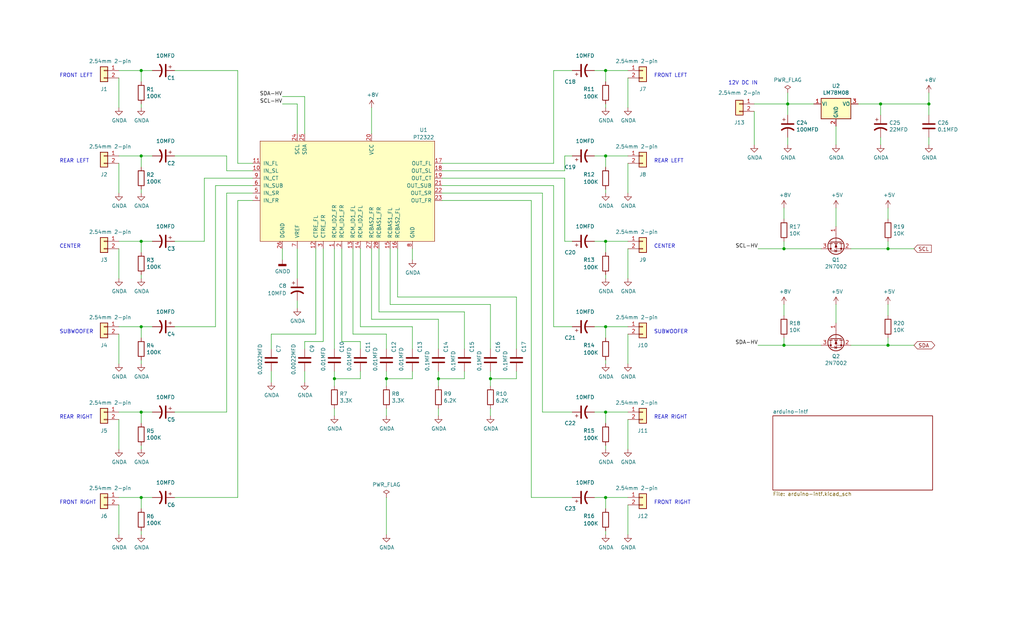
<source format=kicad_sch>
(kicad_sch (version 20211123) (generator eeschema)
  (paper "User" 350.012 219.989)
  (title_block (title "5.1 channel audio processor") (date "2021-09-13") (rev "1.0.0") (company "Dilshan R Jayakody") (comment 1 "jayakody2000lk@gmail.com") (comment 2 "http://jayakody2000lk.blogspot.com"))
  (lib_symbols
    (symbol "6ch-sound-fx-proc:PT2322" (pin_names (offset 1.016))
      (property "Reference" "U" (at -12.7 -24.13 0))
      (property "Value" "PT2322" (at 41.91 12.7 0))
      (symbol "PT2322_0_1"
        (rectangle (start -12.7 11.43) (end 46.99 -22.86) (fill (type background)))
      )
      (symbol "PT2322_1_1"
        (pin input line (at 12.7 -25.4 90) (length 2.54) (name "RCM_ID2_FR") (number "1"))
        (pin input line (at -15.24 1.27 0) (length 2.54) (name "IN_SL") (number "10"))
        (pin input line (at -15.24 3.81 0) (length 2.54) (name "IN_FL") (number "11"))
        (pin input line (at 6.35 -25.4 90) (length 2.54) (name "CTRE_FL") (number "12"))
        (pin input line (at 19.05 -25.4 90) (length 2.54) (name "RCM_ID1_FL") (number "13"))
        (pin input line (at 21.59 -25.4 90) (length 2.54) (name "RCM_ID2_FL") (number "14"))
        (pin input line (at 31.75 -25.4 90) (length 2.54) (name "RCBAS1_FL") (number "15"))
        (pin input line (at 34.29 -25.4 90) (length 2.54) (name "RCBAS2_FL") (number "16"))
        (pin output line (at 49.53 3.81 180) (length 2.54) (name "OUT_FL") (number "17"))
        (pin output line (at 49.53 1.27 180) (length 2.54) (name "OUT_SL") (number "18"))
        (pin output line (at 49.53 -1.27 180) (length 2.54) (name "OUT_CT") (number "19"))
        (pin input line (at 15.24 -25.4 90) (length 2.54) (name "RCM_ID1_FR") (number "2"))
        (pin power_in line (at 25.4 13.97 270) (length 2.54) (name "VCC") (number "20"))
        (pin output line (at 49.53 -3.81 180) (length 2.54) (name "OUT_SUB") (number "21"))
        (pin output line (at 49.53 -6.35 180) (length 2.54) (name "OUT_SR") (number "22"))
        (pin output line (at 49.53 -8.89 180) (length 2.54) (name "OUT_FR") (number "23"))
        (pin input line (at 0 13.97 270) (length 2.54) (name "SCL") (number "24"))
        (pin bidirectional line (at 2.54 13.97 270) (length 2.54) (name "SDA") (number "25"))
        (pin power_in line (at -5.08 -25.4 90) (length 2.54) (name "DGND") (number "26"))
        (pin input line (at 25.4 -25.4 90) (length 2.54) (name "RCBAS2_FR") (number "27"))
        (pin input line (at 27.94 -25.4 90) (length 2.54) (name "RCBAS1_FR") (number "28"))
        (pin input line (at 8.89 -25.4 90) (length 2.54) (name "CTRE_FR") (number "3"))
        (pin input line (at -15.24 -8.89 0) (length 2.54) (name "IN_FR") (number "4"))
        (pin input line (at -15.24 -6.35 0) (length 2.54) (name "IN_SR") (number "5"))
        (pin input line (at -15.24 -3.81 0) (length 2.54) (name "IN_SUB") (number "6"))
        (pin input line (at 0 -25.4 90) (length 2.54) (name "VREF") (number "7"))
        (pin power_in line (at 39.37 -25.4 90) (length 2.54) (name "GND") (number "8"))
        (pin input line (at -15.24 -1.27 0) (length 2.54) (name "IN_CT") (number "9"))
      )
    )
    (symbol "Connector_Generic:Conn_01x02" (pin_names (offset 1.016) hide)
      (property "Reference" "J" (at 0 2.54 0))
      (property "Value" "Conn_01x02" (at 0 -5.08 0))
      (symbol "Conn_01x02_1_1"
        (rectangle (start -1.27 -2.413) (end 0 -2.667) (stroke (width 0.1524)))
        (rectangle (start -1.27 0.127) (end 0 -0.127) (stroke (width 0.1524)))
        (rectangle (start -1.27 1.27) (end 1.27 -3.81) (stroke (width 0.254)) (fill (type background)))
        (pin passive line (at -5.08 0 0) (length 3.81) (name "Pin_1") (number "1"))
        (pin passive line (at -5.08 -2.54 0) (length 3.81) (name "Pin_2") (number "2"))
      )
    )
    (symbol "Device:C" (pin_numbers hide) (pin_names (offset 0.254))
      (property "Reference" "C" (at 0.635 2.54 0))
      (property "Value" "C" (at 0.635 -2.54 0))
      (symbol "C_0_1"
        (polyline (pts (xy -2.032 -0.762) (xy 2.032 -0.762)) (stroke (width 0.508)))
        (polyline (pts (xy -2.032 0.762) (xy 2.032 0.762)) (stroke (width 0.508)))
      )
      (symbol "C_1_1"
        (pin passive line (at 0 3.81 270) (length 2.794) (name "~") (number "1"))
        (pin passive line (at 0 -3.81 90) (length 2.794) (name "~") (number "2"))
      )
    )
    (symbol "Device:CP1" (pin_numbers hide) (pin_names (offset 0.254) hide)
      (property "Reference" "C" (at 0.635 2.54 0))
      (property "Value" "Device_CP1" (at 0.635 -2.54 0))
      (symbol "CP1_0_1"
        (polyline (pts (xy -2.032 0.762) (xy 2.032 0.762)) (stroke (width 0.508)))
        (polyline (pts (xy -1.778 2.286) (xy -0.762 2.286)))
        (polyline (pts (xy -1.27 1.778) (xy -1.27 2.794)))
        (arc (start 2.032 -1.27) (mid 0 -0.5572) (end -2.032 -1.27) (stroke (width 0.508)))
      )
      (symbol "CP1_1_1"
        (pin passive line (at 0 3.81 270) (length 2.794) (name "~") (number "1"))
        (pin passive line (at 0 -3.81 90) (length 3.302) (name "~") (number "2"))
      )
    )
    (symbol "Device:R" (pin_numbers hide) (pin_names (offset 0))
      (property "Reference" "R" (at 2.032 0 90))
      (property "Value" "R" (at 0 0 90))
      (symbol "R_0_1"
        (rectangle (start -1.016 -2.54) (end 1.016 2.54) (stroke (width 0.254)))
      )
      (symbol "R_1_1"
        (pin passive line (at 0 3.81 270) (length 1.27) (name "~") (number "1"))
        (pin passive line (at 0 -3.81 90) (length 1.27) (name "~") (number "2"))
      )
    )
    (symbol "Regulator_Linear:LM78M05_TO252" (pin_names (offset 0.254))
      (property "Reference" "U" (at -3.81 3.175 0))
      (property "Value" "LM78M05_TO252" (at 0 3.175 0))
      (symbol "LM78M05_TO252_0_1"
        (rectangle (start -5.08 1.905) (end 5.08 -5.08) (stroke (width 0.254)) (fill (type background)))
      )
      (symbol "LM78M05_TO252_1_1"
        (pin power_in line (at -7.62 0 0) (length 2.54) (name "VI") (number "1"))
        (pin power_in line (at 0 -7.62 90) (length 2.54) (name "GND") (number "2"))
        (pin power_out line (at 7.62 0 180) (length 2.54) (name "VO") (number "3"))
      )
    )
    (symbol "Transistor_FET:2N7002" (pin_names hide)
      (property "Reference" "Q" (at 5.08 1.905 0))
      (property "Value" "2N7002" (at 5.08 0 0))
      (symbol "2N7002_0_1"
        (polyline (pts (xy 0.254 0) (xy -2.54 0)))
        (polyline (pts (xy 0.254 1.905) (xy 0.254 -1.905)) (stroke (width 0.254)))
        (polyline (pts (xy 0.762 -1.27) (xy 0.762 -2.286)) (stroke (width 0.254)))
        (polyline (pts (xy 0.762 0.508) (xy 0.762 -0.508)) (stroke (width 0.254)))
        (polyline (pts (xy 0.762 2.286) (xy 0.762 1.27)) (stroke (width 0.254)))
        (polyline (pts (xy 2.54 2.54) (xy 2.54 1.778)))
        (polyline (pts (xy 2.54 -2.54) (xy 2.54 0) (xy 0.762 0)))
        (polyline (pts (xy 0.762 -1.778) (xy 3.302 -1.778) (xy 3.302 1.778) (xy 0.762 1.778)))
        (polyline (pts (xy 1.016 0) (xy 2.032 0.381) (xy 2.032 -0.381) (xy 1.016 0)) (fill (type outline)))
        (polyline (pts (xy 2.794 0.508) (xy 2.921 0.381) (xy 3.683 0.381) (xy 3.81 0.254)))
        (polyline (pts (xy 3.302 0.381) (xy 2.921 -0.254) (xy 3.683 -0.254) (xy 3.302 0.381)))
        (circle (center 1.651 0) (radius 2.794) (stroke (width 0.254)))
        (circle (center 2.54 -1.778) (radius 0.254) (fill (type outline)))
        (circle (center 2.54 1.778) (radius 0.254) (fill (type outline)))
      )
      (symbol "2N7002_1_1"
        (pin input line (at -5.08 0 0) (length 2.54) (name "G") (number "1"))
        (pin passive line (at 2.54 -5.08 90) (length 2.54) (name "S") (number "2"))
        (pin passive line (at 2.54 5.08 270) (length 2.54) (name "D") (number "3"))
      )
    )
    (symbol "power:+5V" (power) (pin_names (offset 0))
      (property "Value" "+5V" (at 0 3.556 0))
      (symbol "+5V_0_1"
        (polyline (pts (xy -0.762 1.27) (xy 0 2.54)))
        (polyline (pts (xy 0 0) (xy 0 2.54)))
        (polyline (pts (xy 0 2.54) (xy 0.762 1.27)))
      )
      (symbol "+5V_1_1"
        (pin power_in line (at 0 0 90) (length 0) hide (name "+5V") (number "1"))
      )
    )
    (symbol "power:+8V" (power) (pin_names (offset 0))
      (property "Value" "+8V" (at 0 3.556 0))
      (symbol "+8V_0_1"
        (polyline (pts (xy -0.762 1.27) (xy 0 2.54)))
        (polyline (pts (xy 0 0) (xy 0 2.54)))
        (polyline (pts (xy 0 2.54) (xy 0.762 1.27)))
      )
      (symbol "+8V_1_1"
        (pin power_in line (at 0 0 90) (length 0) hide (name "+8V") (number "1"))
      )
    )
    (symbol "power:GNDA" (power) (pin_names (offset 0))
      (property "Value" "GNDA" (at 0 -3.81 0))
      (symbol "GNDA_0_1"
        (polyline (pts (xy 0 0) (xy 0 -1.27) (xy 1.27 -1.27) (xy 0 -2.54) (xy -1.27 -1.27) (xy 0 -1.27)))
      )
      (symbol "GNDA_1_1"
        (pin power_in line (at 0 0 270) (length 0) hide (name "GNDA") (number "1"))
      )
    )
    (symbol "power:GNDD" (power) (pin_names (offset 0))
      (property "Value" "GNDD" (at 0 -3.175 0))
      (symbol "GNDD_0_1"
        (rectangle (start -1.27 -1.524) (end 1.27 -2.032) (stroke (width 0.254)) (fill (type outline)))
        (polyline (pts (xy 0 0) (xy 0 -1.524)))
      )
      (symbol "GNDD_1_1"
        (pin power_in line (at 0 0 270) (length 0) hide (name "GNDD") (number "1"))
      )
    )
    (symbol "power:PWR_FLAG" (power) (pin_numbers hide) (pin_names (offset 0) hide)
      (property "Value" "PWR_FLAG" (at 0 3.81 0))
      (symbol "PWR_FLAG_0_0"
        (pin power_out line (at 0 0 90) (length 0) (name "pwr") (number "1"))
      )
      (symbol "PWR_FLAG_0_1"
        (polyline (pts (xy 0 0) (xy 0 1.27) (xy -1.016 1.905) (xy 0 2.54) (xy 1.016 1.905) (xy 0 1.27)))
      )
    )
  )
  (junction (at 114.3 129.54))
  (junction (at 303.53 118.11))
  (junction (at 48.26 24.13))
  (junction (at 149.86 129.54))
  (junction (at 317.5 35.56))
  (junction (at 303.53 85.09))
  (junction (at 48.26 170.18))
  (junction (at 207.01 53.34))
  (junction (at 267.97 85.09))
  (junction (at 132.08 129.54))
  (junction (at 300.99 35.56))
  (junction (at 207.01 140.97))
  (junction (at 207.01 24.13))
  (junction (at 48.26 53.34))
  (junction (at 269.24 35.56))
  (junction (at 267.97 118.11))
  (junction (at 207.01 82.55))
  (junction (at 48.26 111.76))
  (junction (at 48.26 82.55))
  (junction (at 167.64 129.54))
  (junction (at 48.26 140.97))
  (junction (at 207.01 111.76))
  (junction (at 207.01 170.18))
  (wire (pts (xy 267.97 118.11) (xy 267.97 115.57)))
  (wire (pts (xy 59.69 140.97) (xy 77.47 140.97)))
  (wire (pts (xy 257.81 35.56) (xy 269.24 35.56)))
  (wire (pts (xy 149.86 142.24) (xy 149.86 139.7)))
  (wire (pts (xy 303.53 71.12) (xy 303.53 74.93)))
  (wire (pts (xy 86.36 55.88) (xy 81.28 55.88)))
  (wire (pts (xy 303.53 85.09) (xy 303.53 82.55)))
  (wire (pts (xy 52.07 140.97) (xy 48.26 140.97)))
  (wire (pts (xy 285.75 104.14) (xy 285.75 110.49)))
  (wire (pts (xy 151.13 58.42) (xy 193.04 58.42)))
  (wire (pts (xy 48.26 170.18) (xy 48.26 173.99)))
  (wire (pts (xy 92.71 114.3) (xy 92.71 119.38)))
  (wire (pts (xy 127 36.83) (xy 127 45.72)))
  (wire (pts (xy 312.42 118.11) (xy 303.53 118.11)))
  (wire (pts (xy 193.04 53.34) (xy 195.58 53.34)))
  (wire (pts (xy 140.97 111.76) (xy 140.97 119.38)))
  (wire (pts (xy 133.35 104.14) (xy 167.64 104.14)))
  (wire (pts (xy 257.81 38.1) (xy 257.81 49.53)))
  (wire (pts (xy 214.63 140.97) (xy 207.01 140.97)))
  (wire (pts (xy 207.01 111.76) (xy 203.2 111.76)))
  (wire (pts (xy 151.13 66.04) (xy 185.42 66.04)))
  (wire (pts (xy 120.65 114.3) (xy 132.08 114.3)))
  (wire (pts (xy 40.64 143.51) (xy 40.64 153.67)))
  (wire (pts (xy 207.01 170.18) (xy 203.2 170.18)))
  (wire (pts (xy 214.63 24.13) (xy 207.01 24.13)))
  (wire (pts (xy 52.07 82.55) (xy 48.26 82.55)))
  (wire (pts (xy 48.26 111.76) (xy 48.26 115.57)))
  (wire (pts (xy 52.07 24.13) (xy 48.26 24.13)))
  (wire (pts (xy 140.97 129.54) (xy 132.08 129.54)))
  (wire (pts (xy 278.13 35.56) (xy 269.24 35.56)))
  (wire (pts (xy 176.53 129.54) (xy 167.64 129.54)))
  (wire (pts (xy 135.89 101.6) (xy 176.53 101.6)))
  (wire (pts (xy 259.08 118.11) (xy 267.97 118.11)))
  (wire (pts (xy 129.54 85.09) (xy 129.54 106.68)))
  (wire (pts (xy 207.01 27.94) (xy 207.01 24.13)))
  (wire (pts (xy 101.6 95.25) (xy 101.6 85.09)))
  (wire (pts (xy 195.58 24.13) (xy 189.23 24.13)))
  (wire (pts (xy 285.75 71.12) (xy 285.75 77.47)))
  (wire (pts (xy 149.86 109.22) (xy 149.86 119.38)))
  (wire (pts (xy 116.84 85.09) (xy 116.84 116.84)))
  (wire (pts (xy 104.14 116.84) (xy 104.14 119.38)))
  (wire (pts (xy 214.63 172.72) (xy 214.63 182.88)))
  (wire (pts (xy 77.47 58.42) (xy 86.36 58.42)))
  (wire (pts (xy 114.3 139.7) (xy 114.3 142.24)))
  (wire (pts (xy 207.01 82.55) (xy 203.2 82.55)))
  (wire (pts (xy 133.35 85.09) (xy 133.35 104.14)))
  (wire (pts (xy 40.64 55.88) (xy 40.64 66.04)))
  (wire (pts (xy 123.19 111.76) (xy 140.97 111.76)))
  (wire (pts (xy 40.64 82.55) (xy 48.26 82.55)))
  (wire (pts (xy 259.08 85.09) (xy 267.97 85.09)))
  (wire (pts (xy 40.64 114.3) (xy 40.64 124.46)))
  (wire (pts (xy 52.07 53.34) (xy 48.26 53.34)))
  (wire (pts (xy 303.53 118.11) (xy 303.53 115.57)))
  (wire (pts (xy 293.37 35.56) (xy 300.99 35.56)))
  (wire (pts (xy 77.47 66.04) (xy 86.36 66.04)))
  (wire (pts (xy 149.86 132.08) (xy 149.86 129.54)))
  (wire (pts (xy 280.67 85.09) (xy 267.97 85.09)))
  (wire (pts (xy 207.01 64.77) (xy 207.01 66.04)))
  (wire (pts (xy 96.52 88.9) (xy 96.52 85.09)))
  (wire (pts (xy 107.95 114.3) (xy 92.71 114.3)))
  (wire (pts (xy 290.83 118.11) (xy 303.53 118.11)))
  (wire (pts (xy 317.5 46.99) (xy 317.5 49.53)))
  (wire (pts (xy 317.5 35.56) (xy 317.5 39.37)))
  (wire (pts (xy 48.26 152.4) (xy 48.26 153.67)))
  (wire (pts (xy 77.47 140.97) (xy 77.47 66.04)))
  (wire (pts (xy 189.23 55.88) (xy 189.23 24.13)))
  (wire (pts (xy 110.49 85.09) (xy 110.49 116.84)))
  (wire (pts (xy 214.63 143.51) (xy 214.63 153.67)))
  (wire (pts (xy 207.01 93.98) (xy 207.01 95.25)))
  (wire (pts (xy 207.01 86.36) (xy 207.01 82.55)))
  (wire (pts (xy 151.13 68.58) (xy 181.61 68.58)))
  (wire (pts (xy 132.08 114.3) (xy 132.08 119.38)))
  (wire (pts (xy 40.64 170.18) (xy 48.26 170.18)))
  (wire (pts (xy 167.64 132.08) (xy 167.64 129.54)))
  (wire (pts (xy 135.89 85.09) (xy 135.89 101.6)))
  (wire (pts (xy 214.63 26.67) (xy 214.63 36.83)))
  (wire (pts (xy 81.28 24.13) (xy 59.69 24.13)))
  (wire (pts (xy 81.28 170.18) (xy 81.28 68.58)))
  (wire (pts (xy 132.08 142.24) (xy 132.08 139.7)))
  (wire (pts (xy 151.13 63.5) (xy 189.23 63.5)))
  (wire (pts (xy 132.08 129.54) (xy 132.08 127)))
  (wire (pts (xy 149.86 129.54) (xy 149.86 127)))
  (wire (pts (xy 185.42 140.97) (xy 195.58 140.97)))
  (wire (pts (xy 69.85 82.55) (xy 69.85 60.96)))
  (wire (pts (xy 269.24 31.75) (xy 269.24 35.56)))
  (wire (pts (xy 300.99 46.99) (xy 300.99 49.53)))
  (wire (pts (xy 69.85 60.96) (xy 86.36 60.96)))
  (wire (pts (xy 167.64 142.24) (xy 167.64 139.7)))
  (wire (pts (xy 132.08 132.08) (xy 132.08 129.54)))
  (wire (pts (xy 214.63 85.09) (xy 214.63 95.25)))
  (wire (pts (xy 207.01 123.19) (xy 207.01 124.46)))
  (wire (pts (xy 110.49 116.84) (xy 104.14 116.84)))
  (wire (pts (xy 114.3 129.54) (xy 123.19 129.54)))
  (wire (pts (xy 116.84 116.84) (xy 123.19 116.84)))
  (wire (pts (xy 104.14 130.81) (xy 104.14 127)))
  (wire (pts (xy 48.26 64.77) (xy 48.26 66.04)))
  (wire (pts (xy 285.75 43.18) (xy 285.75 49.53)))
  (wire (pts (xy 317.5 35.56) (xy 317.5 31.75)))
  (wire (pts (xy 96.52 33.02) (xy 104.14 33.02)))
  (wire (pts (xy 48.26 24.13) (xy 48.26 27.94)))
  (wire (pts (xy 48.26 123.19) (xy 48.26 124.46)))
  (wire (pts (xy 176.53 127) (xy 176.53 129.54)))
  (wire (pts (xy 52.07 170.18) (xy 48.26 170.18)))
  (wire (pts (xy 207.01 24.13) (xy 203.2 24.13)))
  (wire (pts (xy 120.65 85.09) (xy 120.65 114.3)))
  (wire (pts (xy 123.19 85.09) (xy 123.19 111.76)))
  (wire (pts (xy 185.42 66.04) (xy 185.42 140.97)))
  (wire (pts (xy 48.26 181.61) (xy 48.26 182.88)))
  (wire (pts (xy 269.24 35.56) (xy 269.24 39.37)))
  (wire (pts (xy 207.01 144.78) (xy 207.01 140.97)))
  (wire (pts (xy 267.97 71.12) (xy 267.97 74.93)))
  (wire (pts (xy 48.26 93.98) (xy 48.26 95.25)))
  (wire (pts (xy 114.3 85.09) (xy 114.3 119.38)))
  (wire (pts (xy 81.28 68.58) (xy 86.36 68.58)))
  (wire (pts (xy 181.61 68.58) (xy 181.61 170.18)))
  (wire (pts (xy 167.64 104.14) (xy 167.64 119.38)))
  (wire (pts (xy 48.26 82.55) (xy 48.26 86.36)))
  (wire (pts (xy 40.64 26.67) (xy 40.64 36.83)))
  (wire (pts (xy 207.01 35.56) (xy 207.01 36.83)))
  (wire (pts (xy 101.6 35.56) (xy 101.6 45.72)))
  (wire (pts (xy 195.58 111.76) (xy 189.23 111.76)))
  (wire (pts (xy 92.71 130.81) (xy 92.71 127)))
  (wire (pts (xy 269.24 46.99) (xy 269.24 49.53)))
  (wire (pts (xy 207.01 140.97) (xy 203.2 140.97)))
  (wire (pts (xy 114.3 129.54) (xy 114.3 132.08)))
  (wire (pts (xy 214.63 82.55) (xy 207.01 82.55)))
  (wire (pts (xy 207.01 57.15) (xy 207.01 53.34)))
  (wire (pts (xy 214.63 111.76) (xy 207.01 111.76)))
  (wire (pts (xy 303.53 104.14) (xy 303.53 107.95)))
  (wire (pts (xy 132.08 170.18) (xy 132.08 182.88)))
  (wire (pts (xy 195.58 170.18) (xy 181.61 170.18)))
  (wire (pts (xy 48.26 53.34) (xy 48.26 57.15)))
  (wire (pts (xy 73.66 63.5) (xy 86.36 63.5)))
  (wire (pts (xy 48.26 35.56) (xy 48.26 36.83)))
  (wire (pts (xy 176.53 101.6) (xy 176.53 119.38)))
  (wire (pts (xy 207.01 115.57) (xy 207.01 111.76)))
  (wire (pts (xy 52.07 111.76) (xy 48.26 111.76)))
  (wire (pts (xy 300.99 39.37) (xy 300.99 35.56)))
  (wire (pts (xy 214.63 53.34) (xy 207.01 53.34)))
  (wire (pts (xy 189.23 63.5) (xy 189.23 111.76)))
  (wire (pts (xy 214.63 55.88) (xy 214.63 66.04)))
  (wire (pts (xy 158.75 106.68) (xy 158.75 119.38)))
  (wire (pts (xy 59.69 170.18) (xy 81.28 170.18)))
  (wire (pts (xy 267.97 104.14) (xy 267.97 107.95)))
  (wire (pts (xy 40.64 53.34) (xy 48.26 53.34)))
  (wire (pts (xy 73.66 111.76) (xy 73.66 63.5)))
  (wire (pts (xy 193.04 82.55) (xy 195.58 82.55)))
  (wire (pts (xy 151.13 60.96) (xy 193.04 60.96)))
  (wire (pts (xy 140.97 85.09) (xy 140.97 88.9)))
  (wire (pts (xy 127 85.09) (xy 127 109.22)))
  (wire (pts (xy 158.75 127) (xy 158.75 129.54)))
  (wire (pts (xy 40.64 85.09) (xy 40.64 95.25)))
  (wire (pts (xy 101.6 102.87) (xy 101.6 105.41)))
  (wire (pts (xy 193.04 60.96) (xy 193.04 82.55)))
  (wire (pts (xy 214.63 114.3) (xy 214.63 124.46)))
  (wire (pts (xy 207.01 53.34) (xy 203.2 53.34)))
  (wire (pts (xy 207.01 181.61) (xy 207.01 182.88)))
  (wire (pts (xy 280.67 118.11) (xy 267.97 118.11)))
  (wire (pts (xy 59.69 111.76) (xy 73.66 111.76)))
  (wire (pts (xy 40.64 172.72) (xy 40.64 182.88)))
  (wire (pts (xy 207.01 152.4) (xy 207.01 153.67)))
  (wire (pts (xy 151.13 55.88) (xy 189.23 55.88)))
  (wire (pts (xy 48.26 140.97) (xy 48.26 144.78)))
  (wire (pts (xy 312.42 85.09) (xy 303.53 85.09)))
  (wire (pts (xy 127 109.22) (xy 149.86 109.22)))
  (wire (pts (xy 77.47 53.34) (xy 77.47 58.42)))
  (wire (pts (xy 267.97 85.09) (xy 267.97 82.55)))
  (wire (pts (xy 214.63 170.18) (xy 207.01 170.18)))
  (wire (pts (xy 123.19 116.84) (xy 123.19 119.38)))
  (wire (pts (xy 59.69 53.34) (xy 77.47 53.34)))
  (wire (pts (xy 96.52 35.56) (xy 101.6 35.56)))
  (wire (pts (xy 81.28 55.88) (xy 81.28 24.13)))
  (wire (pts (xy 40.64 24.13) (xy 48.26 24.13)))
  (wire (pts (xy 193.04 58.42) (xy 193.04 53.34)))
  (wire (pts (xy 59.69 82.55) (xy 69.85 82.55)))
  (wire (pts (xy 104.14 33.02) (xy 104.14 45.72)))
  (wire (pts (xy 40.64 140.97) (xy 48.26 140.97)))
  (wire (pts (xy 290.83 85.09) (xy 303.53 85.09)))
  (wire (pts (xy 167.64 129.54) (xy 167.64 127)))
  (wire (pts (xy 140.97 127) (xy 140.97 129.54)))
  (wire (pts (xy 129.54 106.68) (xy 158.75 106.68)))
  (wire (pts (xy 123.19 129.54) (xy 123.19 127)))
  (wire (pts (xy 158.75 129.54) (xy 149.86 129.54)))
  (wire (pts (xy 207.01 173.99) (xy 207.01 170.18)))
  (wire (pts (xy 300.99 35.56) (xy 317.5 35.56)))
  (wire (pts (xy 107.95 85.09) (xy 107.95 114.3)))
  (wire (pts (xy 40.64 111.76) (xy 48.26 111.76)))
  (wire (pts (xy 114.3 127) (xy 114.3 129.54)))
  (text "SUBWOOFER" (at 223.52 114.3 0) (effects (font (size 1.27 1.27)) (justify left bottom)))
  (text "FRONT LEFT" (at 223.52 26.67 0) (effects (font (size 1.27 1.27)) (justify left bottom)))
  (text "SUBWOOFER" (at 20.32 114.3 0) (effects (font (size 1.27 1.27)) (justify left bottom)))
  (text "FRONT RIGHT" (at 20.32 172.72 0) (effects (font (size 1.27 1.27)) (justify left bottom)))
  (text "REAR LEFT" (at 223.52 55.88 0) (effects (font (size 1.27 1.27)) (justify left bottom)))
  (text "REAR RIGHT" (at 20.32 143.51 0) (effects (font (size 1.27 1.27)) (justify left bottom)))
  (text "FRONT LEFT" (at 20.32 26.67 0) (effects (font (size 1.27 1.27)) (justify left bottom)))
  (text "CENTER" (at 223.52 85.09 0) (effects (font (size 1.27 1.27)) (justify left bottom)))
  (text "CENTER" (at 20.32 85.09 0) (effects (font (size 1.27 1.27)) (justify left bottom)))
  (text "12V DC IN" (at 248.92 29.21 0) (effects (font (size 1.27 1.27)) (justify left bottom)))
  (text "FRONT RIGHT" (at 223.52 172.72 0) (effects (font (size 1.27 1.27)) (justify left bottom)))
  (text "REAR LEFT" (at 20.32 55.88 0) (effects (font (size 1.27 1.27)) (justify left bottom)))
  (text "REAR RIGHT" (at 223.52 143.51 0) (effects (font (size 1.27 1.27)) (justify left bottom)))
  (label "SDA-HV" (at 259.08 118.11 180))
  (label "SCL-HV" (at 259.08 85.09 180))
  (label "SCL-HV" (at 96.52 35.56 180))
  (label "SDA-HV" (at 96.52 33.02 180))
  (global_label "SDA" (shape bidirectional) (at 312.42 118.11 0) (property "Intersheet References" "${INTERSHEET_REFS}" (effects hide)))
  (global_label "SCL" (shape input) (at 312.42 85.09 0) (property "Intersheet References" "${INTERSHEET_REFS}" (effects hide)))
  (symbol (lib_id "Device:C") (at 92.71 123.19 0) (unit 1)
    (property "Reference" "C7" (at 95.25 120.65 90) (effects (justify left)))
    (property "Value" "0.0022MFD" (at 88.9 128.27 90) (effects (justify left)))
    (property "Footprint" "Capacitor_SMD:C_0805_2012Metric_Pad1.18x1.45mm_HandSolder" (effects hide))
  )
  (symbol (lib_id "Device:CP1") (at 101.6 99.06 0) (unit 1)
    (property "Reference" "C8" (at 95.25 97.79 0) (effects (justify left)))
    (property "Value" "10MFD" (at 91.44 100.33 0) (effects (justify left)))
    (property "Footprint" "Capacitor_THT:CP_Radial_D5.0mm_P2.00mm" (effects hide))
  )
  (symbol (lib_id "power:GNDD") (at 96.52 88.9 0) (unit 1)
    (property "Reference" "#PWR0101" (effects hide))
    (property "Value" "GNDD" (at 96.6216 92.837 0))
  )
  (symbol (lib_id "power:GNDA") (at 101.6 105.41 0) (unit 1)
    (property "Reference" "#PWR0102" (effects hide))
    (property "Value" "GNDA" (at 101.727 109.8042 0))
  )
  (symbol (lib_id "Device:C") (at 104.14 123.19 0) (unit 1)
    (property "Reference" "C9" (at 106.68 120.65 90) (effects (justify left)))
    (property "Value" "0.0022MFD" (at 100.33 128.27 90) (effects (justify left)))
    (property "Footprint" "Capacitor_SMD:C_0805_2012Metric_Pad1.18x1.45mm_HandSolder" (effects hide))
  )
  (symbol (lib_id "power:GNDA") (at 92.71 130.81 0) (unit 1)
    (property "Reference" "#PWR0103" (effects hide))
    (property "Value" "GNDA" (at 92.837 135.2042 0))
  )
  (symbol (lib_id "power:GNDA") (at 104.14 130.81 0) (unit 1)
    (property "Reference" "#PWR0104" (effects hide))
    (property "Value" "GNDA" (at 104.267 135.2042 0))
  )
  (symbol (lib_id "Device:C") (at 114.3 123.19 0) (unit 1)
    (property "Reference" "C10" (at 116.84 120.65 90) (effects (justify left)))
    (property "Value" "0.01MFD" (at 110.49 127 90) (effects (justify left)))
    (property "Footprint" "Capacitor_SMD:C_0805_2012Metric_Pad1.18x1.45mm_HandSolder" (effects hide))
  )
  (symbol (lib_id "Device:C") (at 123.19 123.19 0) (unit 1)
    (property "Reference" "C11" (at 125.73 120.65 90) (effects (justify left)))
    (property "Value" "0.01MFD" (at 119.38 127 90) (effects (justify left)))
    (property "Footprint" "Capacitor_SMD:C_0805_2012Metric_Pad1.18x1.45mm_HandSolder" (effects hide))
  )
  (symbol (lib_id "Device:R") (at 114.3 135.89 0) (unit 1)
    (property "Reference" "R7" (at 116.078 134.7216 0) (effects (justify left)))
    (property "Value" "3.3K" (at 116.078 137.033 0) (effects (justify left)))
    (property "Footprint" "Resistor_THT:R_Axial_DIN0207_L6.3mm_D2.5mm_P10.16mm_Horizontal" (effects hide))
  )
  (symbol (lib_id "power:GNDA") (at 114.3 142.24 0) (unit 1)
    (property "Reference" "#PWR0105" (effects hide))
    (property "Value" "GNDA" (at 114.427 146.6342 0))
  )
  (symbol (lib_id "Device:C") (at 132.08 123.19 0) (unit 1)
    (property "Reference" "C12" (at 134.62 120.65 90) (effects (justify left)))
    (property "Value" "0.01MFD" (at 128.27 127 90) (effects (justify left)))
    (property "Footprint" "Capacitor_SMD:C_0805_2012Metric_Pad1.18x1.45mm_HandSolder" (effects hide))
  )
  (symbol (lib_id "Device:C") (at 140.97 123.19 0) (unit 1)
    (property "Reference" "C13" (at 143.51 120.65 90) (effects (justify left)))
    (property "Value" "0.01MFD" (at 137.16 127 90) (effects (justify left)))
    (property "Footprint" "Capacitor_SMD:C_0805_2012Metric_Pad1.18x1.45mm_HandSolder" (effects hide))
  )
  (symbol (lib_id "Device:R") (at 132.08 135.89 0) (unit 1)
    (property "Reference" "R8" (at 133.858 134.7216 0) (effects (justify left)))
    (property "Value" "3.3K" (at 133.858 137.033 0) (effects (justify left)))
    (property "Footprint" "Resistor_THT:R_Axial_DIN0207_L6.3mm_D2.5mm_P10.16mm_Horizontal" (effects hide))
  )
  (symbol (lib_id "power:GNDA") (at 132.08 142.24 0) (unit 1)
    (property "Reference" "#PWR0106" (effects hide))
    (property "Value" "GNDA" (at 132.207 146.6342 0))
  )
  (symbol (lib_id "Device:C") (at 149.86 123.19 0) (unit 1)
    (property "Reference" "C14" (at 152.4 120.65 90) (effects (justify left)))
    (property "Value" "0.1MFD" (at 146.05 127 90) (effects (justify left)))
    (property "Footprint" "Capacitor_SMD:C_0805_2012Metric_Pad1.18x1.45mm_HandSolder" (effects hide))
  )
  (symbol (lib_id "Device:C") (at 158.75 123.19 0) (unit 1)
    (property "Reference" "C15" (at 161.29 120.65 90) (effects (justify left)))
    (property "Value" "0.1MFD" (at 154.94 127 90) (effects (justify left)))
    (property "Footprint" "Capacitor_SMD:C_0805_2012Metric_Pad1.18x1.45mm_HandSolder" (effects hide))
  )
  (symbol (lib_id "Device:R") (at 149.86 135.89 0) (unit 1)
    (property "Reference" "R9" (at 151.638 134.7216 0) (effects (justify left)))
    (property "Value" "6.2K" (at 151.638 137.033 0) (effects (justify left)))
    (property "Footprint" "Resistor_THT:R_Axial_DIN0207_L6.3mm_D2.5mm_P10.16mm_Horizontal" (effects hide))
  )
  (symbol (lib_id "power:GNDA") (at 149.86 142.24 0) (unit 1)
    (property "Reference" "#PWR0107" (effects hide))
    (property "Value" "GNDA" (at 149.987 146.6342 0))
  )
  (symbol (lib_id "Device:C") (at 167.64 123.19 0) (unit 1)
    (property "Reference" "C16" (at 170.18 120.65 90) (effects (justify left)))
    (property "Value" "0.1MFD" (at 163.83 127 90) (effects (justify left)))
    (property "Footprint" "Capacitor_SMD:C_0805_2012Metric_Pad1.18x1.45mm_HandSolder" (effects hide))
  )
  (symbol (lib_id "Device:C") (at 176.53 123.19 0) (unit 1)
    (property "Reference" "C17" (at 179.07 120.65 90) (effects (justify left)))
    (property "Value" "0.1MFD" (at 172.72 127 90) (effects (justify left)))
    (property "Footprint" "Capacitor_SMD:C_0805_2012Metric_Pad1.18x1.45mm_HandSolder" (effects hide))
  )
  (symbol (lib_id "Device:R") (at 167.64 135.89 0) (unit 1)
    (property "Reference" "R10" (at 169.418 134.7216 0) (effects (justify left)))
    (property "Value" "6.2K" (at 169.418 137.033 0) (effects (justify left)))
    (property "Footprint" "Resistor_THT:R_Axial_DIN0207_L6.3mm_D2.5mm_P10.16mm_Horizontal" (effects hide))
  )
  (symbol (lib_id "power:GNDA") (at 167.64 142.24 0) (unit 1)
    (property "Reference" "#PWR0108" (effects hide))
    (property "Value" "GNDA" (at 167.767 146.6342 0))
  )
  (symbol (lib_id "power:GNDA") (at 140.97 88.9 0) (unit 1)
    (property "Reference" "#PWR0109" (effects hide))
    (property "Value" "GNDA" (at 141.097 93.2942 0))
  )
  (symbol (lib_id "Device:CP1") (at 55.88 24.13 270) (unit 1)
    (property "Reference" "C1" (at 57.15 26.67 90) (effects (justify left)))
    (property "Value" "10MFD" (at 53.34 19.05 90) (effects (justify left)))
    (property "Footprint" "Capacitor_THT:CP_Radial_D5.0mm_P2.00mm" (effects hide))
  )
  (symbol (lib_id "Device:R") (at 48.26 31.75 0) (unit 1)
    (property "Reference" "R1" (at 50.038 30.5816 0) (effects (justify left)))
    (property "Value" "100K" (at 50.038 32.893 0) (effects (justify left)))
    (property "Footprint" "Resistor_SMD:R_0805_2012Metric_Pad1.20x1.40mm_HandSolder" (effects hide))
  )
  (symbol (lib_id "Connector_Generic:Conn_01x02") (at 35.56 24.13 0) (mirror y) (unit 1)
    (property "Reference" "J1" (at 35.56 30.48 0))
    (property "Value" "2.54mm 2-pin" (at 37.6428 20.9296 0))
    (property "Footprint" "Connector_PinHeader_2.54mm:PinHeader_1x02_P2.54mm_Vertical" (effects hide))
  )
  (symbol (lib_id "power:GNDA") (at 48.26 36.83 0) (unit 1)
    (property "Reference" "#PWR0110" (effects hide))
    (property "Value" "GNDA" (at 48.387 41.2242 0))
  )
  (symbol (lib_id "power:GNDA") (at 40.64 36.83 0) (unit 1)
    (property "Reference" "#PWR0111" (effects hide))
    (property "Value" "GNDA" (at 40.767 41.2242 0))
  )
  (symbol (lib_id "Transistor_FET:2N7002") (at 285.75 82.55 90) (mirror x) (unit 1)
    (property "Reference" "Q1" (at 285.75 88.8746 90))
    (property "Value" "2N7002" (at 285.75 91.186 90))
    (property "Footprint" "Package_TO_SOT_SMD:SOT-23" (effects hide))
    (property "Datasheet" "https://www.onsemi.com/pub/Collateral/NDS7002A-D.PDF" (effects hide))
  )
  (symbol (lib_id "Device:CP1") (at 269.24 43.18 0) (unit 1)
    (property "Reference" "C24" (at 272.161 42.0116 0) (effects (justify left)))
    (property "Value" "100MFD" (at 272.161 44.323 0) (effects (justify left)))
    (property "Footprint" "Capacitor_THT:CP_Radial_D6.3mm_P2.50mm" (effects hide))
  )
  (symbol (lib_id "Device:CP1") (at 300.99 43.18 0) (unit 1)
    (property "Reference" "C25" (at 303.911 42.0116 0) (effects (justify left)))
    (property "Value" "22MFD" (at 303.911 44.323 0) (effects (justify left)))
    (property "Footprint" "Capacitor_THT:CP_Radial_D5.0mm_P2.00mm" (effects hide))
  )
  (symbol (lib_id "Device:C") (at 317.5 43.18 0) (unit 1)
    (property "Reference" "C26" (at 320.421 42.0116 0) (effects (justify left)))
    (property "Value" "0.1MFD" (at 320.421 44.323 0) (effects (justify left)))
    (property "Footprint" "Capacitor_SMD:C_0805_2012Metric_Pad1.18x1.45mm_HandSolder" (effects hide))
  )
  (symbol (lib_id "power:GNDA") (at 269.24 49.53 0) (unit 1)
    (property "Reference" "#PWR0135" (effects hide))
    (property "Value" "GNDA" (at 269.367 53.9242 0))
  )
  (symbol (lib_id "power:GNDA") (at 300.99 49.53 0) (unit 1)
    (property "Reference" "#PWR0136" (effects hide))
    (property "Value" "GNDA" (at 301.117 53.9242 0))
  )
  (symbol (lib_id "power:GNDA") (at 317.5 49.53 0) (unit 1)
    (property "Reference" "#PWR0137" (effects hide))
    (property "Value" "GNDA" (at 317.627 53.9242 0))
  )
  (symbol (lib_id "Transistor_FET:2N7002") (at 285.75 115.57 90) (mirror x) (unit 1)
    (property "Reference" "Q2" (at 285.75 121.8946 90))
    (property "Value" "2N7002" (at 285.75 124.206 90))
    (property "Footprint" "Package_TO_SOT_SMD:SOT-23" (effects hide))
    (property "Datasheet" "https://www.onsemi.com/pub/Collateral/NDS7002A-D.PDF" (effects hide))
  )
  (symbol (lib_id "power:GNDA") (at 285.75 49.53 0) (unit 1)
    (property "Reference" "#PWR0138" (effects hide))
    (property "Value" "GNDA" (at 285.877 53.9242 0))
  )
  (symbol (lib_id "power:+8V") (at 317.5 31.75 0) (unit 1)
    (property "Reference" "#PWR0139" (effects hide))
    (property "Value" "+8V" (at 317.881 27.3558 0))
  )
  (symbol (lib_id "Regulator_Linear:LM78M05_TO252") (at 285.75 35.56 0) (unit 1)
    (property "Reference" "U2" (at 285.75 29.4132 0))
    (property "Value" "LM78M08" (at 285.75 31.7246 0))
    (property "Footprint" "Package_TO_SOT_SMD:TO-252-2" (effects hide))
    (property "Datasheet" "https://www.onsemi.com/pub/Collateral/MC78M00-D.PDF" (effects hide))
  )
  (symbol (lib_id "Connector_Generic:Conn_01x02") (at 252.73 35.56 0) (mirror y) (unit 1)
    (property "Reference" "J13" (at 252.73 41.91 0))
    (property "Value" "2.54mm 2-pin" (at 252.73 31.75 0))
    (property "Footprint" "Connector_Phoenix_MC:PhoenixContact_MCV_1,5_2-G-3.5_1x02_P3.50mm_Vertical" (effects hide))
  )
  (symbol (lib_id "power:GNDA") (at 257.81 49.53 0) (unit 1)
    (property "Reference" "#PWR0140" (effects hide))
    (property "Value" "GNDA" (at 257.937 53.9242 0))
  )
  (symbol (lib_id "Device:CP1") (at 55.88 53.34 270) (unit 1)
    (property "Reference" "C2" (at 57.15 55.88 90) (effects (justify left)))
    (property "Value" "10MFD" (at 53.34 48.26 90) (effects (justify left)))
    (property "Footprint" "Capacitor_THT:CP_Radial_D5.0mm_P2.00mm" (effects hide))
  )
  (symbol (lib_id "Device:R") (at 48.26 60.96 0) (unit 1)
    (property "Reference" "R2" (at 50.038 59.7916 0) (effects (justify left)))
    (property "Value" "100K" (at 50.038 62.103 0) (effects (justify left)))
    (property "Footprint" "Resistor_SMD:R_0805_2012Metric_Pad1.20x1.40mm_HandSolder" (effects hide))
  )
  (symbol (lib_id "Connector_Generic:Conn_01x02") (at 35.56 53.34 0) (mirror y) (unit 1)
    (property "Reference" "J2" (at 35.56 59.69 0))
    (property "Value" "2.54mm 2-pin" (at 37.6428 50.1396 0))
    (property "Footprint" "Connector_PinHeader_2.54mm:PinHeader_1x02_P2.54mm_Vertical" (effects hide))
  )
  (symbol (lib_id "power:GNDA") (at 48.26 66.04 0) (unit 1)
    (property "Reference" "#PWR0112" (effects hide))
    (property "Value" "GNDA" (at 48.387 70.4342 0))
  )
  (symbol (lib_id "power:GNDA") (at 40.64 66.04 0) (unit 1)
    (property "Reference" "#PWR0113" (effects hide))
    (property "Value" "GNDA" (at 40.767 70.4342 0))
  )
  (symbol (lib_id "Device:CP1") (at 55.88 82.55 270) (unit 1)
    (property "Reference" "C3" (at 57.15 85.09 90) (effects (justify left)))
    (property "Value" "10MFD" (at 53.34 77.47 90) (effects (justify left)))
    (property "Footprint" "Capacitor_THT:CP_Radial_D5.0mm_P2.00mm" (effects hide))
  )
  (symbol (lib_id "Device:R") (at 48.26 90.17 0) (unit 1)
    (property "Reference" "R3" (at 50.038 89.0016 0) (effects (justify left)))
    (property "Value" "100K" (at 50.038 91.313 0) (effects (justify left)))
    (property "Footprint" "Resistor_SMD:R_0805_2012Metric_Pad1.20x1.40mm_HandSolder" (effects hide))
  )
  (symbol (lib_id "Connector_Generic:Conn_01x02") (at 35.56 82.55 0) (mirror y) (unit 1)
    (property "Reference" "J3" (at 35.56 88.9 0))
    (property "Value" "2.54mm 2-pin" (at 37.6428 79.3496 0))
    (property "Footprint" "Connector_PinHeader_2.54mm:PinHeader_1x02_P2.54mm_Vertical" (effects hide))
  )
  (symbol (lib_id "power:GNDA") (at 48.26 95.25 0) (unit 1)
    (property "Reference" "#PWR0114" (effects hide))
    (property "Value" "GNDA" (at 48.387 99.6442 0))
  )
  (symbol (lib_id "power:GNDA") (at 40.64 95.25 0) (unit 1)
    (property "Reference" "#PWR0115" (effects hide))
    (property "Value" "GNDA" (at 40.767 99.6442 0))
  )
  (symbol (lib_id "Device:CP1") (at 55.88 111.76 270) (unit 1)
    (property "Reference" "C4" (at 57.15 114.3 90) (effects (justify left)))
    (property "Value" "10MFD" (at 53.34 106.68 90) (effects (justify left)))
    (property "Footprint" "Capacitor_THT:CP_Radial_D5.0mm_P2.00mm" (effects hide))
  )
  (symbol (lib_id "Device:R") (at 48.26 119.38 0) (unit 1)
    (property "Reference" "R4" (at 50.038 118.2116 0) (effects (justify left)))
    (property "Value" "100K" (at 50.038 120.523 0) (effects (justify left)))
    (property "Footprint" "Resistor_SMD:R_0805_2012Metric_Pad1.20x1.40mm_HandSolder" (effects hide))
  )
  (symbol (lib_id "Connector_Generic:Conn_01x02") (at 35.56 111.76 0) (mirror y) (unit 1)
    (property "Reference" "J4" (at 35.56 118.11 0))
    (property "Value" "2.54mm 2-pin" (at 37.6428 108.5596 0))
    (property "Footprint" "Connector_PinHeader_2.54mm:PinHeader_1x02_P2.54mm_Vertical" (effects hide))
  )
  (symbol (lib_id "power:GNDA") (at 48.26 124.46 0) (unit 1)
    (property "Reference" "#PWR0116" (effects hide))
    (property "Value" "GNDA" (at 48.387 128.8542 0))
  )
  (symbol (lib_id "power:GNDA") (at 40.64 124.46 0) (unit 1)
    (property "Reference" "#PWR0117" (effects hide))
    (property "Value" "GNDA" (at 40.767 128.8542 0))
  )
  (symbol (lib_id "Device:CP1") (at 55.88 140.97 270) (unit 1)
    (property "Reference" "C5" (at 57.15 143.51 90) (effects (justify left)))
    (property "Value" "10MFD" (at 53.34 135.89 90) (effects (justify left)))
    (property "Footprint" "Capacitor_THT:CP_Radial_D5.0mm_P2.00mm" (effects hide))
  )
  (symbol (lib_id "Device:R") (at 48.26 148.59 0) (unit 1)
    (property "Reference" "R5" (at 50.038 147.4216 0) (effects (justify left)))
    (property "Value" "100K" (at 50.038 149.733 0) (effects (justify left)))
    (property "Footprint" "Resistor_SMD:R_0805_2012Metric_Pad1.20x1.40mm_HandSolder" (effects hide))
  )
  (symbol (lib_id "Connector_Generic:Conn_01x02") (at 35.56 140.97 0) (mirror y) (unit 1)
    (property "Reference" "J5" (at 35.56 147.32 0))
    (property "Value" "2.54mm 2-pin" (at 37.6428 137.7696 0))
    (property "Footprint" "Connector_PinHeader_2.54mm:PinHeader_1x02_P2.54mm_Vertical" (effects hide))
  )
  (symbol (lib_id "power:GNDA") (at 48.26 153.67 0) (unit 1)
    (property "Reference" "#PWR0118" (effects hide))
    (property "Value" "GNDA" (at 48.387 158.0642 0))
  )
  (symbol (lib_id "power:GNDA") (at 40.64 153.67 0) (unit 1)
    (property "Reference" "#PWR0119" (effects hide))
    (property "Value" "GNDA" (at 40.767 158.0642 0))
  )
  (symbol (lib_id "Device:CP1") (at 55.88 170.18 270) (unit 1)
    (property "Reference" "C6" (at 57.15 172.72 90) (effects (justify left)))
    (property "Value" "10MFD" (at 53.34 165.1 90) (effects (justify left)))
    (property "Footprint" "Capacitor_THT:CP_Radial_D5.0mm_P2.00mm" (effects hide))
  )
  (symbol (lib_id "Device:R") (at 48.26 177.8 0) (unit 1)
    (property "Reference" "R6" (at 50.038 176.6316 0) (effects (justify left)))
    (property "Value" "100K" (at 50.038 178.943 0) (effects (justify left)))
    (property "Footprint" "Resistor_SMD:R_0805_2012Metric_Pad1.20x1.40mm_HandSolder" (effects hide))
  )
  (symbol (lib_id "Connector_Generic:Conn_01x02") (at 35.56 170.18 0) (mirror y) (unit 1)
    (property "Reference" "J6" (at 35.56 176.53 0))
    (property "Value" "2.54mm 2-pin" (at 37.6428 166.9796 0))
    (property "Footprint" "Connector_PinHeader_2.54mm:PinHeader_1x02_P2.54mm_Vertical" (effects hide))
  )
  (symbol (lib_id "power:GNDA") (at 48.26 182.88 0) (unit 1)
    (property "Reference" "#PWR0120" (effects hide))
    (property "Value" "GNDA" (at 48.387 187.2742 0))
  )
  (symbol (lib_id "power:GNDA") (at 40.64 182.88 0) (unit 1)
    (property "Reference" "#PWR0121" (effects hide))
    (property "Value" "GNDA" (at 40.767 187.2742 0))
  )
  (symbol (lib_id "Device:CP1") (at 199.39 24.13 90) (unit 1)
    (property "Reference" "C18" (at 196.85 27.94 90) (effects (justify left)))
    (property "Value" "10MFD" (at 203.2 19.05 90) (effects (justify left)))
    (property "Footprint" "Capacitor_THT:CP_Radial_D5.0mm_P2.00mm" (effects hide))
  )
  (symbol (lib_id "Device:R") (at 207.01 31.75 0) (unit 1)
    (property "Reference" "R11" (at 199.39 30.48 0) (effects (justify left)))
    (property "Value" "100K" (at 199.39 33.02 0) (effects (justify left)))
    (property "Footprint" "Resistor_SMD:R_0805_2012Metric_Pad1.20x1.40mm_HandSolder" (effects hide))
  )
  (symbol (lib_id "Connector_Generic:Conn_01x02") (at 219.71 24.13 0) (unit 1)
    (property "Reference" "J7" (at 219.71 30.48 0))
    (property "Value" "2.54mm 2-pin" (at 217.6272 20.9296 0))
    (property "Footprint" "Connector_PinHeader_2.54mm:PinHeader_1x02_P2.54mm_Vertical" (effects hide))
  )
  (symbol (lib_id "Device:R") (at 267.97 78.74 0) (unit 1)
    (property "Reference" "R17" (at 269.748 77.5716 0) (effects (justify left)))
    (property "Value" "10K" (at 269.748 79.883 0) (effects (justify left)))
    (property "Footprint" "Resistor_SMD:R_0805_2012Metric_Pad1.20x1.40mm_HandSolder" (effects hide))
  )
  (symbol (lib_id "power:+5V") (at 303.53 71.12 0) (unit 1)
    (property "Reference" "#PWR0141" (effects hide))
    (property "Value" "+5V" (at 303.911 66.7258 0))
  )
  (symbol (lib_id "power:+5V") (at 285.75 71.12 0) (unit 1)
    (property "Reference" "#PWR0142" (effects hide))
    (property "Value" "+5V" (at 286.131 66.7258 0))
  )
  (symbol (lib_id "Device:R") (at 303.53 78.74 0) (unit 1)
    (property "Reference" "R19" (at 305.308 77.5716 0) (effects (justify left)))
    (property "Value" "10K" (at 305.308 79.883 0) (effects (justify left)))
    (property "Footprint" "Resistor_SMD:R_0805_2012Metric_Pad1.20x1.40mm_HandSolder" (effects hide))
  )
  (symbol (lib_id "power:+8V") (at 267.97 71.12 0) (unit 1)
    (property "Reference" "#PWR0143" (effects hide))
    (property "Value" "+8V" (at 268.351 66.7258 0))
  )
  (symbol (lib_id "power:GNDA") (at 207.01 36.83 0) (unit 1)
    (property "Reference" "#PWR0122" (effects hide))
    (property "Value" "GNDA" (at 207.137 41.2242 0))
  )
  (symbol (lib_id "power:GNDA") (at 214.63 36.83 0) (unit 1)
    (property "Reference" "#PWR0123" (effects hide))
    (property "Value" "GNDA" (at 214.757 41.2242 0))
  )
  (symbol (lib_id "Device:CP1") (at 199.39 53.34 90) (unit 1)
    (property "Reference" "C19" (at 196.85 57.15 90) (effects (justify left)))
    (property "Value" "10MFD" (at 203.2 48.26 90) (effects (justify left)))
    (property "Footprint" "Capacitor_THT:CP_Radial_D5.0mm_P2.00mm" (effects hide))
  )
  (symbol (lib_id "Device:R") (at 207.01 60.96 0) (unit 1)
    (property "Reference" "R12" (at 199.39 59.69 0) (effects (justify left)))
    (property "Value" "100K" (at 199.39 62.23 0) (effects (justify left)))
    (property "Footprint" "Resistor_SMD:R_0805_2012Metric_Pad1.20x1.40mm_HandSolder" (effects hide))
  )
  (symbol (lib_id "Connector_Generic:Conn_01x02") (at 219.71 53.34 0) (unit 1)
    (property "Reference" "J8" (at 219.71 59.69 0))
    (property "Value" "2.54mm 2-pin" (at 217.6272 50.1396 0))
    (property "Footprint" "Connector_PinHeader_2.54mm:PinHeader_1x02_P2.54mm_Vertical" (effects hide))
  )
  (symbol (lib_id "power:GNDA") (at 207.01 66.04 0) (unit 1)
    (property "Reference" "#PWR0124" (effects hide))
    (property "Value" "GNDA" (at 207.137 70.4342 0))
  )
  (symbol (lib_id "power:GNDA") (at 214.63 66.04 0) (unit 1)
    (property "Reference" "#PWR0125" (effects hide))
    (property "Value" "GNDA" (at 214.757 70.4342 0))
  )
  (symbol (lib_id "Device:R") (at 267.97 111.76 0) (unit 1)
    (property "Reference" "R18" (at 269.748 110.5916 0) (effects (justify left)))
    (property "Value" "10K" (at 269.748 112.903 0) (effects (justify left)))
    (property "Footprint" "Resistor_SMD:R_0805_2012Metric_Pad1.20x1.40mm_HandSolder" (effects hide))
  )
  (symbol (lib_id "power:+5V") (at 303.53 104.14 0) (unit 1)
    (property "Reference" "#PWR0144" (effects hide))
    (property "Value" "+5V" (at 303.911 99.7458 0))
  )
  (symbol (lib_id "power:+5V") (at 285.75 104.14 0) (unit 1)
    (property "Reference" "#PWR0145" (effects hide))
    (property "Value" "+5V" (at 286.131 99.7458 0))
  )
  (symbol (lib_id "Device:R") (at 303.53 111.76 0) (unit 1)
    (property "Reference" "R20" (at 305.308 110.5916 0) (effects (justify left)))
    (property "Value" "10K" (at 305.308 112.903 0) (effects (justify left)))
    (property "Footprint" "Resistor_SMD:R_0805_2012Metric_Pad1.20x1.40mm_HandSolder" (effects hide))
  )
  (symbol (lib_id "power:+8V") (at 267.97 104.14 0) (unit 1)
    (property "Reference" "#PWR0146" (effects hide))
    (property "Value" "+8V" (at 268.351 99.7458 0))
  )
  (symbol (lib_id "Device:CP1") (at 199.39 82.55 90) (unit 1)
    (property "Reference" "C20" (at 196.85 86.36 90) (effects (justify left)))
    (property "Value" "10MFD" (at 203.2 77.47 90) (effects (justify left)))
    (property "Footprint" "Capacitor_THT:CP_Radial_D5.0mm_P2.00mm" (effects hide))
  )
  (symbol (lib_id "Device:R") (at 207.01 90.17 0) (unit 1)
    (property "Reference" "R13" (at 199.39 88.9 0) (effects (justify left)))
    (property "Value" "100K" (at 199.39 91.44 0) (effects (justify left)))
    (property "Footprint" "Resistor_SMD:R_0805_2012Metric_Pad1.20x1.40mm_HandSolder" (effects hide))
  )
  (symbol (lib_id "Connector_Generic:Conn_01x02") (at 219.71 82.55 0) (unit 1)
    (property "Reference" "J9" (at 219.71 88.9 0))
    (property "Value" "2.54mm 2-pin" (at 217.6272 79.3496 0))
    (property "Footprint" "Connector_PinHeader_2.54mm:PinHeader_1x02_P2.54mm_Vertical" (effects hide))
  )
  (symbol (lib_id "power:GNDA") (at 207.01 95.25 0) (unit 1)
    (property "Reference" "#PWR0126" (effects hide))
    (property "Value" "GNDA" (at 207.137 99.6442 0))
  )
  (symbol (lib_id "power:GNDA") (at 214.63 95.25 0) (unit 1)
    (property "Reference" "#PWR0127" (effects hide))
    (property "Value" "GNDA" (at 214.757 99.6442 0))
  )
  (symbol (lib_id "Device:CP1") (at 199.39 111.76 90) (unit 1)
    (property "Reference" "C21" (at 196.85 115.57 90) (effects (justify left)))
    (property "Value" "10MFD" (at 203.2 106.68 90) (effects (justify left)))
    (property "Footprint" "Capacitor_THT:CP_Radial_D5.0mm_P2.00mm" (effects hide))
  )
  (symbol (lib_id "Device:R") (at 207.01 119.38 0) (unit 1)
    (property "Reference" "R14" (at 199.39 118.11 0) (effects (justify left)))
    (property "Value" "100K" (at 199.39 120.65 0) (effects (justify left)))
    (property "Footprint" "Resistor_SMD:R_0805_2012Metric_Pad1.20x1.40mm_HandSolder" (effects hide))
  )
  (symbol (lib_id "Connector_Generic:Conn_01x02") (at 219.71 111.76 0) (unit 1)
    (property "Reference" "J10" (at 219.71 118.11 0))
    (property "Value" "2.54mm 2-pin" (at 217.6272 108.5596 0))
    (property "Footprint" "Connector_PinHeader_2.54mm:PinHeader_1x02_P2.54mm_Vertical" (effects hide))
  )
  (symbol (lib_id "power:GNDA") (at 207.01 124.46 0) (unit 1)
    (property "Reference" "#PWR0128" (effects hide))
    (property "Value" "GNDA" (at 207.137 128.8542 0))
  )
  (symbol (lib_id "power:GNDA") (at 214.63 124.46 0) (unit 1)
    (property "Reference" "#PWR0129" (effects hide))
    (property "Value" "GNDA" (at 214.757 128.8542 0))
  )
  (symbol (lib_id "Device:CP1") (at 199.39 140.97 90) (unit 1)
    (property "Reference" "C22" (at 196.85 144.78 90) (effects (justify left)))
    (property "Value" "10MFD" (at 203.2 135.89 90) (effects (justify left)))
    (property "Footprint" "Capacitor_THT:CP_Radial_D5.0mm_P2.00mm" (effects hide))
  )
  (symbol (lib_id "Device:R") (at 207.01 148.59 0) (unit 1)
    (property "Reference" "R15" (at 199.39 147.32 0) (effects (justify left)))
    (property "Value" "100K" (at 199.39 149.86 0) (effects (justify left)))
    (property "Footprint" "Resistor_SMD:R_0805_2012Metric_Pad1.20x1.40mm_HandSolder" (effects hide))
  )
  (symbol (lib_id "Connector_Generic:Conn_01x02") (at 219.71 140.97 0) (unit 1)
    (property "Reference" "J11" (at 219.71 147.32 0))
    (property "Value" "2.54mm 2-pin" (at 217.6272 137.7696 0))
    (property "Footprint" "Connector_PinHeader_2.54mm:PinHeader_1x02_P2.54mm_Vertical" (effects hide))
  )
  (symbol (lib_id "power:GNDA") (at 207.01 153.67 0) (unit 1)
    (property "Reference" "#PWR0130" (effects hide))
    (property "Value" "GNDA" (at 207.137 158.0642 0))
  )
  (symbol (lib_id "power:GNDA") (at 214.63 153.67 0) (unit 1)
    (property "Reference" "#PWR0131" (effects hide))
    (property "Value" "GNDA" (at 214.757 158.0642 0))
  )
  (symbol (lib_id "Device:CP1") (at 199.39 170.18 90) (unit 1)
    (property "Reference" "C23" (at 196.85 173.99 90) (effects (justify left)))
    (property "Value" "10MFD" (at 203.2 165.1 90) (effects (justify left)))
    (property "Footprint" "Capacitor_THT:CP_Radial_D5.0mm_P2.00mm" (effects hide))
  )
  (symbol (lib_id "Device:R") (at 207.01 177.8 0) (unit 1)
    (property "Reference" "R16" (at 199.39 176.53 0) (effects (justify left)))
    (property "Value" "100K" (at 199.39 179.07 0) (effects (justify left)))
    (property "Footprint" "Resistor_SMD:R_0805_2012Metric_Pad1.20x1.40mm_HandSolder" (effects hide))
  )
  (symbol (lib_id "Connector_Generic:Conn_01x02") (at 219.71 170.18 0) (unit 1)
    (property "Reference" "J12" (at 219.71 176.53 0))
    (property "Value" "2.54mm 2-pin" (at 217.6272 166.9796 0))
    (property "Footprint" "Connector_PinHeader_2.54mm:PinHeader_1x02_P2.54mm_Vertical" (effects hide))
  )
  (symbol (lib_id "power:GNDA") (at 207.01 182.88 0) (unit 1)
    (property "Reference" "#PWR0132" (effects hide))
    (property "Value" "GNDA" (at 207.137 187.2742 0))
  )
  (symbol (lib_id "power:GNDA") (at 214.63 182.88 0) (unit 1)
    (property "Reference" "#PWR0133" (effects hide))
    (property "Value" "GNDA" (at 214.757 187.2742 0))
  )
  (symbol (lib_id "power:GNDA") (at 132.08 182.88 0) (unit 1)
    (property "Reference" "#PWR0147" (effects hide))
    (property "Value" "GNDA" (at 132.207 187.2742 0))
  )
  (symbol (lib_id "power:PWR_FLAG") (at 132.08 170.18 0) (unit 1)
    (property "Reference" "#FLG0102" (effects hide))
    (property "Value" "PWR_FLAG" (at 132.08 165.7858 0))
  )
  (symbol (lib_id "power:+8V") (at 127 36.83 0) (unit 1)
    (property "Reference" "#PWR0134" (effects hide))
    (property "Value" "+8V" (at 127.381 32.4358 0))
  )
  (symbol (lib_id "power:PWR_FLAG") (at 269.24 31.75 0) (unit 1)
    (property "Reference" "#FLG0101" (effects hide))
    (property "Value" "PWR_FLAG" (at 269.24 27.3558 0))
  )
  (symbol (lib_id "6ch-sound-fx-proc:PT2322") (at 101.6 59.69 0) (unit 1)
    (property "Reference" "U1" (at 144.78 44.45 0))
    (property "Value" "PT2322" (at 144.78 46.99 0))
    (property "Footprint" "6ch-sound-fx-proc:SSOP-28_5.3x10.2mm_P0.65mm" (effects hide))
  )
  (sheet (at 264.16 142.24) (size 54.61 25.4)
    (property "Sheet name" "arduino-intf" (at 264.16 141.5284 0) (effects (justify left bottom)))
    (property "Sheet file" "arduino-intf.kicad_sch" (at 264.16 168.2246 0) (effects (justify left top)))
  )
)
</source>
